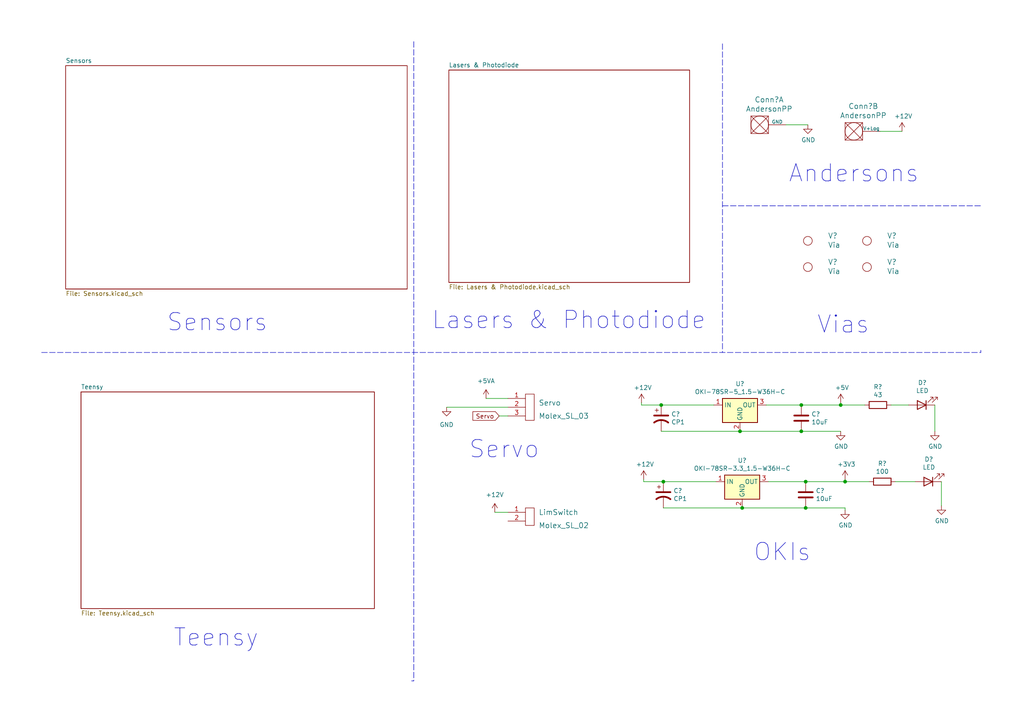
<source format=kicad_sch>
(kicad_sch (version 20211123) (generator eeschema)
  (paper "A4")
  (lib_symbols
    (symbol "Converter_DCDC:OKI-78SR-3.3_1.5-W36H-C"
      (property "Reference" "U" (at -3.81 3.175 0))
      (property "Value" "OKI-78SR-3.3_1.5-W36H-C" (at 0 3.175 0))
      (symbol "OKI-78SR-3.3_1.5-W36H-C_0_1"
        (rectangle (start -5.08 1.905) (end 5.08 -5.08) (stroke (width 0.254)) (fill (type background)))
      )
      (symbol "OKI-78SR-3.3_1.5-W36H-C_1_1"
        (pin power_in line (at -7.62 0 0) (length 2.54) (name "IN") (number "1"))
        (pin power_in line (at 0 -7.62 90) (length 2.54) (name "GND") (number "2"))
        (pin power_out line (at 7.62 0 180) (length 2.54) (name "OUT") (number "3"))
      )
    )
    (symbol "Converter_DCDC:OKI-78SR-5_1.5-W36H-C"
      (property "Reference" "U" (at -3.81 3.175 0))
      (property "Value" "OKI-78SR-5_1.5-W36H-C" (at 0 3.175 0))
      (symbol "OKI-78SR-5_1.5-W36H-C_0_1"
        (rectangle (start -5.08 1.905) (end 5.08 -5.08) (stroke (width 0.254)) (fill (type background)))
      )
      (symbol "OKI-78SR-5_1.5-W36H-C_1_1"
        (pin power_in line (at -7.62 0 0) (length 2.54) (name "IN") (number "1"))
        (pin power_in line (at 0 -7.62 90) (length 2.54) (name "GND") (number "2"))
        (pin power_out line (at 7.62 0 180) (length 2.54) (name "OUT") (number "3"))
      )
    )
    (symbol "Device:C" (pin_numbers hide) (pin_names (offset 0.254))
      (property "Reference" "C" (at 0.635 2.54 0))
      (property "Value" "C" (at 0.635 -2.54 0))
      (symbol "C_0_1"
        (polyline (pts (xy -2.032 -0.762) (xy 2.032 -0.762)) (stroke (width 0.508)))
        (polyline (pts (xy -2.032 0.762) (xy 2.032 0.762)) (stroke (width 0.508)))
      )
      (symbol "C_1_1"
        (pin passive line (at 0 3.81 270) (length 2.794) (name "~") (number "1"))
        (pin passive line (at 0 -3.81 90) (length 2.794) (name "~") (number "2"))
      )
    )
    (symbol "Device:LED" (pin_numbers hide) (pin_names (offset 1.016) hide)
      (property "Reference" "D" (at 0 2.54 0))
      (property "Value" "LED" (at 0 -2.54 0))
      (symbol "LED_0_1"
        (polyline (pts (xy -1.27 -1.27) (xy -1.27 1.27)) (stroke (width 0.254)))
        (polyline (pts (xy -1.27 0) (xy 1.27 0)))
        (polyline (pts (xy 1.27 -1.27) (xy 1.27 1.27) (xy -1.27 0) (xy 1.27 -1.27)) (stroke (width 0.254)))
        (polyline (pts (xy -3.048 -0.762) (xy -4.572 -2.286) (xy -3.81 -2.286) (xy -4.572 -2.286) (xy -4.572 -1.524)))
        (polyline (pts (xy -1.778 -0.762) (xy -3.302 -2.286) (xy -2.54 -2.286) (xy -3.302 -2.286) (xy -3.302 -1.524)))
      )
      (symbol "LED_1_1"
        (pin passive line (at -3.81 0 0) (length 2.54) (name "K") (number "1"))
        (pin passive line (at 3.81 0 180) (length 2.54) (name "A") (number "2"))
      )
    )
    (symbol "Device:R" (pin_numbers hide) (pin_names (offset 0))
      (property "Reference" "R" (at 2.032 0 90))
      (property "Value" "R" (at 0 0 90))
      (symbol "R_0_1"
        (rectangle (start -1.016 -2.54) (end 1.016 2.54) (stroke (width 0.254)))
      )
      (symbol "R_1_1"
        (pin passive line (at 0 3.81 270) (length 1.27) (name "~") (number "1"))
        (pin passive line (at 0 -3.81 90) (length 1.27) (name "~") (number "2"))
      )
    )
    (symbol "MRDT_Connectors:AndersonPP" (pin_numbers hide) (pin_names (offset 0))
      (property "Reference" "Conn" (at 3.81 -1.27 0))
      (property "Value" "AndersonPP" (at 2.54 6.35 0))
      (symbol "AndersonPP_0_1"
        (polyline (pts (xy 0 5.08) (xy 5.08 0)))
        (polyline (pts (xy 5.08 5.08) (xy 0 0)))
        (rectangle (start 0 0) (end 5.08 5.08))
        (circle (center 2.54 2.54) (radius 2.54))
      )
      (symbol "AndersonPP_1_1"
        (pin input line (at 10.16 2.54 180) (length 5.08) (name "GND") (number "1"))
      )
      (symbol "AndersonPP_2_1"
        (pin input line (at 10.16 2.54 180) (length 5.08) (name "V+Log") (number "2"))
      )
      (symbol "AndersonPP_3_1"
        (pin input line (at 10.16 2.54 180) (length 5.08) (name "V+Act") (number "3"))
      )
      (symbol "AndersonPP_4_1"
        (pin input line (at 10.16 2.54 180) (length 5.08) (name "PV+") (number "4"))
      )
      (symbol "AndersonPP_5_1"
        (pin input line (at 10.16 2.54 180) (length 5.08) (name "~") (number "1"))
      )
    )
    (symbol "MRDT_Connectors:Molex_SL_02" (pin_names (offset 1.016))
      (property "Reference" "Conn" (at 3.81 -1.27 0))
      (property "Value" "Molex_SL_02" (at 1.27 6.35 0))
      (symbol "Molex_SL_02_0_1"
        (rectangle (start 0 5.08) (end 2.54 0))
      )
      (symbol "Molex_SL_02_1_1"
        (pin input line (at -5.08 3.81 0) (length 5.08) (name "~") (number "1"))
        (pin input line (at -5.08 1.27 0) (length 5.08) (name "~") (number "2"))
      )
    )
    (symbol "MRDT_Connectors:Molex_SL_03" (pin_names (offset 1.016))
      (property "Reference" "Conn" (at 3.81 -1.27 0))
      (property "Value" "Molex_SL_03" (at 1.27 8.89 0))
      (symbol "Molex_SL_03_0_1"
        (rectangle (start 0 7.62) (end 2.54 0))
      )
      (symbol "Molex_SL_03_1_1"
        (pin input line (at -5.08 6.35 0) (length 5.08) (name "~") (number "1"))
        (pin input line (at -5.08 3.81 0) (length 5.08) (name "~") (number "2"))
        (pin input line (at -5.08 1.27 0) (length 5.08) (name "~") (number "3"))
      )
    )
    (symbol "MRDT_Drill_Holes:Via" (pin_names (offset 1.016))
      (property "Reference" "V" (at 0 -2.54 0))
      (property "Value" "Via" (at 0 2.54 0))
      (symbol "Via_0_1"
        (circle (center 0 0) (radius 1.27))
      )
      (symbol "Via_1_1"
        (pin input line (at 0 0 0) (length 5.08) hide (name "~") (number "1"))
      )
    )
    (symbol "ScienceSensor-rescue:CP1-Device" (pin_numbers hide) (pin_names (offset 0.254) hide)
      (property "Reference" "C" (at 0.635 2.54 0))
      (property "Value" "CP1-Device" (at 0.635 -2.54 0))
      (symbol "CP1-Device_0_1"
        (polyline (pts (xy -2.032 0.762) (xy 2.032 0.762)) (stroke (width 0.508)))
        (polyline (pts (xy -1.778 2.286) (xy -0.762 2.286)))
        (polyline (pts (xy -1.27 1.778) (xy -1.27 2.794)))
        (arc (start 2.032 -1.27) (mid 0 -0.5572) (end -2.032 -1.27) (stroke (width 0.508)))
      )
      (symbol "CP1-Device_1_1"
        (pin passive line (at 0 3.81 270) (length 2.794) (name "~") (number "1"))
        (pin passive line (at 0 -3.81 90) (length 3.302) (name "~") (number "2"))
      )
    )
    (symbol "power:+12V" (power) (pin_names (offset 0))
      (property "Value" "+12V" (at 0 3.556 0))
      (symbol "+12V_0_1"
        (polyline (pts (xy -0.762 1.27) (xy 0 2.54)))
        (polyline (pts (xy 0 0) (xy 0 2.54)))
        (polyline (pts (xy 0 2.54) (xy 0.762 1.27)))
      )
      (symbol "+12V_1_1"
        (pin power_in line (at 0 0 90) (length 0) hide (name "+12V") (number "1"))
      )
    )
    (symbol "power:+3V3" (power) (pin_names (offset 0))
      (property "Value" "+3V3" (at 0 3.556 0))
      (symbol "+3V3_0_1"
        (polyline (pts (xy -0.762 1.27) (xy 0 2.54)))
        (polyline (pts (xy 0 0) (xy 0 2.54)))
        (polyline (pts (xy 0 2.54) (xy 0.762 1.27)))
      )
      (symbol "+3V3_1_1"
        (pin power_in line (at 0 0 90) (length 0) hide (name "+3V3") (number "1"))
      )
    )
    (symbol "power:+5V" (power) (pin_names (offset 0))
      (property "Value" "+5V" (at 0 3.556 0))
      (symbol "+5V_0_1"
        (polyline (pts (xy -0.762 1.27) (xy 0 2.54)))
        (polyline (pts (xy 0 0) (xy 0 2.54)))
        (polyline (pts (xy 0 2.54) (xy 0.762 1.27)))
      )
      (symbol "+5V_1_1"
        (pin power_in line (at 0 0 90) (length 0) hide (name "+5V") (number "1"))
      )
    )
    (symbol "power:+5VA" (power) (pin_names (offset 0))
      (property "Value" "+5VA" (at 0 3.556 0))
      (symbol "+5VA_0_1"
        (polyline (pts (xy -0.762 1.27) (xy 0 2.54)))
        (polyline (pts (xy 0 0) (xy 0 2.54)))
        (polyline (pts (xy 0 2.54) (xy 0.762 1.27)))
      )
      (symbol "+5VA_1_1"
        (pin power_in line (at 0 0 90) (length 0) hide (name "+5VA") (number "1"))
      )
    )
    (symbol "power:GND" (power) (pin_names (offset 0))
      (property "Value" "GND" (at 0 -3.81 0))
      (symbol "GND_0_1"
        (polyline (pts (xy 0 0) (xy 0 -1.27) (xy 1.27 -1.27) (xy 0 -2.54) (xy -1.27 -1.27) (xy 0 -1.27)))
      )
      (symbol "GND_1_1"
        (pin power_in line (at 0 0 270) (length 0) hide (name "GND") (number "1"))
      )
    )
  )
  (junction (at 215.265 147.32))
  (junction (at 232.41 117.475))
  (junction (at 243.84 117.475))
  (junction (at 191.77 117.475))
  (junction (at 233.68 147.32))
  (junction (at 214.63 125.095))
  (junction (at 233.68 139.7))
  (junction (at 245.11 139.7))
  (junction (at 232.41 125.095))
  (junction (at 192.405 139.7))
  (wire (pts (xy 245.11 139.7) (xy 252.095 139.7)))
  (wire (pts (xy 192.405 147.32) (xy 215.265 147.32)))
  (wire (pts (xy 243.84 117.475) (xy 232.41 117.475)))
  (wire (pts (xy 215.265 147.32) (xy 233.68 147.32)))
  (polyline (pts (xy 284.48 102.235) (xy 284.48 101.6)))
  (wire (pts (xy 186.055 117.475) (xy 186.055 116.84)))
  (polyline (pts (xy 12.065 102.235) (xy 284.48 102.235)))
  (wire (pts (xy 140.97 115.57) (xy 147.32 115.57)))
  (wire (pts (xy 227.965 36.195) (xy 234.315 36.195)))
  (wire (pts (xy 191.77 117.475) (xy 186.055 117.475)))
  (wire (pts (xy 207.01 117.475) (xy 191.77 117.475)))
  (wire (pts (xy 243.84 125.095) (xy 232.41 125.095)))
  (wire (pts (xy 232.41 117.475) (xy 222.25 117.475)))
  (wire (pts (xy 191.77 125.095) (xy 214.63 125.095)))
  (wire (pts (xy 143.51 148.59) (xy 147.32 148.59)))
  (wire (pts (xy 186.69 139.7) (xy 186.69 139.065)))
  (wire (pts (xy 258.445 117.475) (xy 263.525 117.475)))
  (polyline (pts (xy 209.55 12.7) (xy 209.55 102.235)))
  (wire (pts (xy 271.145 117.475) (xy 271.145 125.095)))
  (wire (pts (xy 245.11 147.32) (xy 245.11 147.955)))
  (wire (pts (xy 207.645 139.7) (xy 192.405 139.7)))
  (wire (pts (xy 214.63 125.095) (xy 232.41 125.095)))
  (wire (pts (xy 243.84 116.84) (xy 243.84 117.475)))
  (polyline (pts (xy 120.015 197.485) (xy 119.38 197.485)))
  (wire (pts (xy 233.68 147.32) (xy 245.11 147.32)))
  (wire (pts (xy 261.62 38.1) (xy 255.27 38.1)))
  (polyline (pts (xy 120.015 12.065) (xy 120.015 197.485)))
  (wire (pts (xy 243.84 117.475) (xy 250.825 117.475)))
  (polyline (pts (xy 209.55 59.69) (xy 284.48 59.69)))
  (wire (pts (xy 129.54 118.11) (xy 147.32 118.11)))
  (wire (pts (xy 144.78 120.65) (xy 147.32 120.65)))
  (wire (pts (xy 233.68 139.7) (xy 245.11 139.7)))
  (wire (pts (xy 259.715 139.7) (xy 265.43 139.7)))
  (wire (pts (xy 245.11 139.7) (xy 245.11 139.065)))
  (wire (pts (xy 192.405 139.7) (xy 186.69 139.7)))
  (wire (pts (xy 222.885 139.7) (xy 233.68 139.7)))
  (wire (pts (xy 273.05 139.7) (xy 273.05 146.685)))
  (text "Teensy" (at 50.165 187.96 0) (effects (font (size 5.0038 5.0038)) (justify left bottom)))
  (text "Vias" (at 236.855 97.155 0) (effects (font (size 5.0038 5.0038)) (justify left bottom)))
  (text "Sensors" (at 48.26 96.52 0) (effects (font (size 5.0038 5.0038)) (justify left bottom)))
  (text "Servo" (at 135.89 133.35 0) (effects (font (size 5 5)) (justify left bottom)))
  (text "OKIs" (at 218.44 163.195 0) (effects (font (size 5.0038 5.0038)) (justify left bottom)))
  (text "Andersons" (at 228.6 53.34 0) (effects (font (size 5.0038 5.0038)) (justify left bottom)))
  (text "Lasers & Photodiode" (at 125.095 95.885 0) (effects (font (size 5.0038 5.0038)) (justify left bottom)))
  (global_label "Servo" (shape input) (at 144.78 120.65 180) (property "Intersheet References" "${INTERSHEET_REFS}" (effects hide)))
  (symbol (lib_id "MRDT_Connectors:AndersonPP") (at 217.805 38.735 0) (unit 1)
    (property "Reference" "Conn?" (at 223.0882 28.9052 0) (effects (font (size 1.524 1.524))))
    (property "Value" "AndersonPP" (at 223.0882 31.5976 0) (effects (font (size 1.524 1.524))))
  )
  (symbol (lib_id "MRDT_Connectors:AndersonPP") (at 245.11 40.64 0) (unit 2)
    (property "Reference" "Conn?" (at 250.3932 30.8102 0) (effects (font (size 1.524 1.524))))
    (property "Value" "AndersonPP" (at 250.3932 33.5026 0) (effects (font (size 1.524 1.524))))
  )
  (symbol (lib_id "power:+5V") (at 243.84 116.84 0) (unit 1)
    (property "Reference" "#PWR?" (effects hide))
    (property "Value" "+5V" (at 244.221 112.4458 0))
  )
  (symbol (lib_id "power:+3V3") (at 245.11 139.065 0) (unit 1)
    (property "Reference" "#PWR?" (effects hide))
    (property "Value" "+3V3" (at 245.491 134.6708 0))
  )
  (symbol (lib_id "MRDT_Drill_Holes:Via") (at 234.315 69.85 0) (unit 1)
    (property "Reference" "V?" (at 240.1062 68.3768 0) (effects (font (size 1.524 1.524)) (justify left)))
    (property "Value" "Via" (at 240.1062 71.0692 0) (effects (font (size 1.524 1.524)) (justify left)))
  )
  (symbol (lib_id "power:+12V") (at 261.62 38.1 0) (unit 1)
    (property "Reference" "#PWR?" (effects hide))
    (property "Value" "+12V" (at 262.001 33.7058 0))
  )
  (symbol (lib_id "power:GND") (at 234.315 36.195 0) (unit 1)
    (property "Reference" "#PWR?" (effects hide))
    (property "Value" "GND" (at 234.442 40.5892 0))
  )
  (symbol (lib_id "MRDT_Drill_Holes:Via") (at 251.46 69.85 0) (unit 1)
    (property "Reference" "V?" (at 257.2512 68.3768 0) (effects (font (size 1.524 1.524)) (justify left)))
    (property "Value" "Via" (at 257.2512 71.0692 0) (effects (font (size 1.524 1.524)) (justify left)))
  )
  (symbol (lib_id "MRDT_Drill_Holes:Via") (at 234.315 77.47 0) (unit 1)
    (property "Reference" "V?" (at 240.1062 75.9968 0) (effects (font (size 1.524 1.524)) (justify left)))
    (property "Value" "Via" (at 240.1062 78.6892 0) (effects (font (size 1.524 1.524)) (justify left)))
  )
  (symbol (lib_id "MRDT_Drill_Holes:Via") (at 251.46 77.47 0) (unit 1)
    (property "Reference" "V?" (at 257.2512 75.9968 0) (effects (font (size 1.524 1.524)) (justify left)))
    (property "Value" "Via" (at 257.2512 78.6892 0) (effects (font (size 1.524 1.524)) (justify left)))
  )
  (symbol (lib_id "Converter_DCDC:OKI-78SR-5_1.5-W36H-C") (at 214.63 117.475 0) (unit 1)
    (property "Reference" "U?" (at 214.63 111.3282 0))
    (property "Value" "OKI-78SR-5_1.5-W36H-C" (at 214.63 113.6396 0))
    (property "Footprint" "Converter_DCDC:Converter_DCDC_muRata_OKI-78SR_Horizontal" (effects hide))
    (property "Datasheet" "https://power.murata.com/data/power/oki-78sr.pdf" (effects hide))
  )
  (symbol (lib_id "Converter_DCDC:OKI-78SR-3.3_1.5-W36H-C") (at 215.265 139.7 0) (unit 1)
    (property "Reference" "U?" (at 215.265 133.5532 0))
    (property "Value" "OKI-78SR-3.3_1.5-W36H-C" (at 215.265 135.8646 0))
    (property "Footprint" "Converter_DCDC:Converter_DCDC_muRata_OKI-78SR_Horizontal" (effects hide))
    (property "Datasheet" "https://power.murata.com/data/power/oki-78sr.pdf" (effects hide))
  )
  (symbol (lib_id "Device:C") (at 232.41 121.285 0) (unit 1)
    (property "Reference" "C?" (at 235.331 120.1166 0) (effects (justify left)))
    (property "Value" "10uF" (at 235.331 122.428 0) (effects (justify left)))
  )
  (symbol (lib_id "Device:C") (at 233.68 143.51 0) (unit 1)
    (property "Reference" "C?" (at 236.601 142.3416 0) (effects (justify left)))
    (property "Value" "10uF" (at 236.601 144.653 0) (effects (justify left)))
  )
  (symbol (lib_id "ScienceSensor-rescue:CP1-Device") (at 191.77 121.285 0) (unit 1)
    (property "Reference" "C?" (at 194.691 120.1166 0) (effects (justify left)))
    (property "Value" "CP1" (at 194.691 122.428 0) (effects (justify left)))
  )
  (symbol (lib_id "ScienceSensor-rescue:CP1-Device") (at 192.405 143.51 0) (unit 1)
    (property "Reference" "C?" (at 195.326 142.3416 0) (effects (justify left)))
    (property "Value" "CP1" (at 195.326 144.653 0) (effects (justify left)))
  )
  (symbol (lib_id "power:+12V") (at 186.055 116.84 0) (unit 1)
    (property "Reference" "#PWR?" (effects hide))
    (property "Value" "+12V" (at 186.436 112.4458 0))
  )
  (symbol (lib_id "power:+12V") (at 186.69 139.065 0) (unit 1)
    (property "Reference" "#PWR?" (effects hide))
    (property "Value" "+12V" (at 187.071 134.6708 0))
  )
  (symbol (lib_id "power:GND") (at 243.84 125.095 0) (unit 1)
    (property "Reference" "#PWR?" (effects hide))
    (property "Value" "GND" (at 243.967 129.4892 0))
  )
  (symbol (lib_id "power:GND") (at 245.11 147.955 0) (unit 1)
    (property "Reference" "#PWR?" (effects hide))
    (property "Value" "GND" (at 245.237 152.3492 0))
  )
  (symbol (lib_id "Device:R") (at 254.635 117.475 270) (unit 1)
    (property "Reference" "R?" (at 254.635 112.2172 90))
    (property "Value" "43" (at 254.635 114.5286 90))
  )
  (symbol (lib_id "Device:R") (at 255.905 139.7 270) (unit 1)
    (property "Reference" "R?" (at 255.905 134.4422 90))
    (property "Value" "100" (at 255.905 136.7536 90))
  )
  (symbol (lib_id "Device:LED") (at 267.335 117.475 180) (unit 1)
    (property "Reference" "D?" (at 267.5128 110.998 0))
    (property "Value" "LED" (at 267.5128 113.3094 0))
  )
  (symbol (lib_id "Device:LED") (at 269.24 139.7 180) (unit 1)
    (property "Reference" "D?" (at 269.4178 133.223 0))
    (property "Value" "LED" (at 269.4178 135.5344 0))
  )
  (symbol (lib_id "power:GND") (at 271.145 125.095 0) (unit 1)
    (property "Reference" "#PWR?" (effects hide))
    (property "Value" "GND" (at 271.272 129.4892 0))
  )
  (symbol (lib_id "power:GND") (at 273.05 146.685 0) (unit 1)
    (property "Reference" "#PWR?" (effects hide))
    (property "Value" "GND" (at 273.177 151.0792 0))
  )
  (symbol (lib_id "power:+5VA") (at 140.97 115.57 0) (unit 1)
    (property "Reference" "#PWR?" (effects hide))
    (property "Value" "+5VA" (at 140.97 110.49 0))
  )
  (symbol (lib_id "MRDT_Connectors:Molex_SL_02") (at 152.4 152.4 0) (unit 1)
    (property "Reference" "LimSwitch" (at 156.21 148.59 0) (effects (font (size 1.524 1.524)) (justify left)))
    (property "Value" "Molex_SL_02" (at 156.21 152.4 0) (effects (font (size 1.524 1.524)) (justify left)))
  )
  (symbol (lib_id "power:+12V") (at 143.51 148.59 0) (unit 1)
    (property "Reference" "#PWR?" (effects hide))
    (property "Value" "+12V" (at 143.51 143.51 0))
  )
  (symbol (lib_id "MRDT_Connectors:Molex_SL_03") (at 152.4 121.92 0) (unit 1)
    (property "Reference" "Servo" (at 156.21 116.84 0) (effects (font (size 1.524 1.524)) (justify left)))
    (property "Value" "Molex_SL_03" (at 156.21 120.65 0) (effects (font (size 1.524 1.524)) (justify left)))
  )
  (symbol (lib_id "power:GND") (at 129.54 118.11 0) (unit 1)
    (property "Reference" "#PWR?" (effects hide))
    (property "Value" "GND" (at 129.54 123.19 0))
  )
  (sheet (at 19.05 19.05) (size 99.06 64.77)
    (property "Sheet name" "Sensors" (at 19.05 18.3384 0) (effects (justify left bottom)))
    (property "Sheet file" "Sensors.kicad_sch" (at 19.05 84.4046 0) (effects (justify left top)))
  )
  (sheet (at 23.495 113.665) (size 85.09 62.865)
    (property "Sheet name" "Teensy" (at 23.495 112.9534 0) (effects (justify left bottom)))
    (property "Sheet file" "Teensy.kicad_sch" (at 23.495 177.1146 0) (effects (justify left top)))
  )
  (sheet (at 130.175 20.32) (size 69.85 61.595)
    (property "Sheet name" "Lasers & Photodiode" (at 130.175 19.6084 0) (effects (justify left bottom)))
    (property "Sheet file" "Lasers & Photodiode.kicad_sch" (at 130.175 82.4996 0) (effects (justify left top)))
  )
)
</source>
